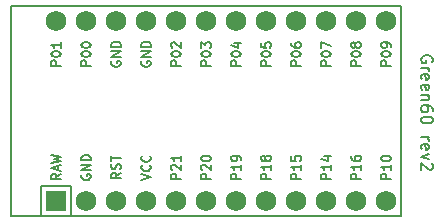
<source format=gto>
%TF.GenerationSoftware,KiCad,Pcbnew,(6.0.7-1)-1*%
%TF.CreationDate,2022-08-01T14:13:19+02:00*%
%TF.ProjectId,green60-test3,67726565-6e36-4302-9d74-657374332e6b,v1.0.0*%
%TF.SameCoordinates,Original*%
%TF.FileFunction,Legend,Top*%
%TF.FilePolarity,Positive*%
%FSLAX46Y46*%
G04 Gerber Fmt 4.6, Leading zero omitted, Abs format (unit mm)*
G04 Created by KiCad (PCBNEW (6.0.7-1)-1) date 2022-08-01 14:13:19*
%MOMM*%
%LPD*%
G01*
G04 APERTURE LIST*
%ADD10C,0.150000*%
%ADD11R,1.752600X1.752600*%
%ADD12C,1.752600*%
G04 APERTURE END LIST*
D10*
X179895183Y-22300733D02*
X179942802Y-22205495D01*
X179942802Y-22062638D01*
X179895183Y-21919781D01*
X179799944Y-21824543D01*
X179704706Y-21776924D01*
X179514230Y-21729305D01*
X179371373Y-21729305D01*
X179180897Y-21776924D01*
X179085659Y-21824543D01*
X178990421Y-21919781D01*
X178942802Y-22062638D01*
X178942802Y-22157876D01*
X178990421Y-22300733D01*
X179038040Y-22348352D01*
X179371373Y-22348352D01*
X179371373Y-22157876D01*
X178942802Y-22776924D02*
X179609468Y-22776924D01*
X179418992Y-22776924D02*
X179514230Y-22824543D01*
X179561849Y-22872162D01*
X179609468Y-22967400D01*
X179609468Y-23062638D01*
X178990421Y-23776924D02*
X178942802Y-23681686D01*
X178942802Y-23491209D01*
X178990421Y-23395971D01*
X179085659Y-23348352D01*
X179466611Y-23348352D01*
X179561849Y-23395971D01*
X179609468Y-23491209D01*
X179609468Y-23681686D01*
X179561849Y-23776924D01*
X179466611Y-23824543D01*
X179371373Y-23824543D01*
X179276135Y-23348352D01*
X178990421Y-24634067D02*
X178942802Y-24538828D01*
X178942802Y-24348352D01*
X178990421Y-24253114D01*
X179085659Y-24205495D01*
X179466611Y-24205495D01*
X179561849Y-24253114D01*
X179609468Y-24348352D01*
X179609468Y-24538828D01*
X179561849Y-24634067D01*
X179466611Y-24681686D01*
X179371373Y-24681686D01*
X179276135Y-24205495D01*
X179609468Y-25110257D02*
X178942802Y-25110257D01*
X179514230Y-25110257D02*
X179561849Y-25157876D01*
X179609468Y-25253114D01*
X179609468Y-25395971D01*
X179561849Y-25491209D01*
X179466611Y-25538828D01*
X178942802Y-25538828D01*
X179942802Y-26443590D02*
X179942802Y-26253114D01*
X179895183Y-26157876D01*
X179847563Y-26110257D01*
X179704706Y-26015019D01*
X179514230Y-25967400D01*
X179133278Y-25967400D01*
X179038040Y-26015019D01*
X178990421Y-26062638D01*
X178942802Y-26157876D01*
X178942802Y-26348352D01*
X178990421Y-26443590D01*
X179038040Y-26491209D01*
X179133278Y-26538828D01*
X179371373Y-26538828D01*
X179466611Y-26491209D01*
X179514230Y-26443590D01*
X179561849Y-26348352D01*
X179561849Y-26157876D01*
X179514230Y-26062638D01*
X179466611Y-26015019D01*
X179371373Y-25967400D01*
X179942802Y-27157876D02*
X179942802Y-27253114D01*
X179895183Y-27348352D01*
X179847563Y-27395971D01*
X179752325Y-27443590D01*
X179561849Y-27491209D01*
X179323754Y-27491209D01*
X179133278Y-27443590D01*
X179038040Y-27395971D01*
X178990421Y-27348352D01*
X178942802Y-27253114D01*
X178942802Y-27157876D01*
X178990421Y-27062638D01*
X179038040Y-27015019D01*
X179133278Y-26967400D01*
X179323754Y-26919781D01*
X179561849Y-26919781D01*
X179752325Y-26967400D01*
X179847563Y-27015019D01*
X179895183Y-27062638D01*
X179942802Y-27157876D01*
X178942802Y-28681686D02*
X179609468Y-28681686D01*
X179418992Y-28681686D02*
X179514230Y-28729305D01*
X179561849Y-28776924D01*
X179609468Y-28872162D01*
X179609468Y-28967400D01*
X178990421Y-29681686D02*
X178942802Y-29586448D01*
X178942802Y-29395971D01*
X178990421Y-29300733D01*
X179085659Y-29253114D01*
X179466611Y-29253114D01*
X179561849Y-29300733D01*
X179609468Y-29395971D01*
X179609468Y-29586448D01*
X179561849Y-29681686D01*
X179466611Y-29729305D01*
X179371373Y-29729305D01*
X179276135Y-29253114D01*
X179609468Y-30062638D02*
X178942802Y-30300733D01*
X179609468Y-30538828D01*
X179847563Y-30872162D02*
X179895183Y-30919781D01*
X179942802Y-31015019D01*
X179942802Y-31253114D01*
X179895183Y-31348352D01*
X179847563Y-31395971D01*
X179752325Y-31443590D01*
X179657087Y-31443590D01*
X179514230Y-31395971D01*
X178942802Y-30824543D01*
X178942802Y-31443590D01*
%TO.C,MCU1*%
X158587087Y-22602876D02*
X157787087Y-22602876D01*
X157787087Y-22298114D01*
X157825183Y-22221924D01*
X157863278Y-22183828D01*
X157939468Y-22145733D01*
X158053754Y-22145733D01*
X158129944Y-22183828D01*
X158168040Y-22221924D01*
X158206135Y-22298114D01*
X158206135Y-22602876D01*
X157787087Y-21650495D02*
X157787087Y-21574305D01*
X157825183Y-21498114D01*
X157863278Y-21460019D01*
X157939468Y-21421924D01*
X158091849Y-21383828D01*
X158282325Y-21383828D01*
X158434706Y-21421924D01*
X158510897Y-21460019D01*
X158548992Y-21498114D01*
X158587087Y-21574305D01*
X158587087Y-21650495D01*
X158548992Y-21726686D01*
X158510897Y-21764781D01*
X158434706Y-21802876D01*
X158282325Y-21840971D01*
X158091849Y-21840971D01*
X157939468Y-21802876D01*
X157863278Y-21764781D01*
X157825183Y-21726686D01*
X157787087Y-21650495D01*
X157863278Y-21079067D02*
X157825183Y-21040971D01*
X157787087Y-20964781D01*
X157787087Y-20774305D01*
X157825183Y-20698114D01*
X157863278Y-20660019D01*
X157939468Y-20621924D01*
X158015659Y-20621924D01*
X158129944Y-20660019D01*
X158587087Y-21117162D01*
X158587087Y-20621924D01*
X148427087Y-22602876D02*
X147627087Y-22602876D01*
X147627087Y-22298114D01*
X147665183Y-22221924D01*
X147703278Y-22183828D01*
X147779468Y-22145733D01*
X147893754Y-22145733D01*
X147969944Y-22183828D01*
X148008040Y-22221924D01*
X148046135Y-22298114D01*
X148046135Y-22602876D01*
X147627087Y-21650495D02*
X147627087Y-21574305D01*
X147665183Y-21498114D01*
X147703278Y-21460019D01*
X147779468Y-21421924D01*
X147931849Y-21383828D01*
X148122325Y-21383828D01*
X148274706Y-21421924D01*
X148350897Y-21460019D01*
X148388992Y-21498114D01*
X148427087Y-21574305D01*
X148427087Y-21650495D01*
X148388992Y-21726686D01*
X148350897Y-21764781D01*
X148274706Y-21802876D01*
X148122325Y-21840971D01*
X147931849Y-21840971D01*
X147779468Y-21802876D01*
X147703278Y-21764781D01*
X147665183Y-21726686D01*
X147627087Y-21650495D01*
X148427087Y-20621924D02*
X148427087Y-21079067D01*
X148427087Y-20850495D02*
X147627087Y-20850495D01*
X147741373Y-20926686D01*
X147817563Y-21002876D01*
X147855659Y-21079067D01*
X158587087Y-32202876D02*
X157787087Y-32202876D01*
X157787087Y-31898114D01*
X157825183Y-31821924D01*
X157863278Y-31783828D01*
X157939468Y-31745733D01*
X158053754Y-31745733D01*
X158129944Y-31783828D01*
X158168040Y-31821924D01*
X158206135Y-31898114D01*
X158206135Y-32202876D01*
X157863278Y-31440971D02*
X157825183Y-31402876D01*
X157787087Y-31326686D01*
X157787087Y-31136209D01*
X157825183Y-31060019D01*
X157863278Y-31021924D01*
X157939468Y-30983828D01*
X158015659Y-30983828D01*
X158129944Y-31021924D01*
X158587087Y-31479067D01*
X158587087Y-30983828D01*
X158587087Y-30221924D02*
X158587087Y-30679067D01*
X158587087Y-30450495D02*
X157787087Y-30450495D01*
X157901373Y-30526686D01*
X157977563Y-30602876D01*
X158015659Y-30679067D01*
X171287087Y-22602876D02*
X170487087Y-22602876D01*
X170487087Y-22298114D01*
X170525183Y-22221924D01*
X170563278Y-22183828D01*
X170639468Y-22145733D01*
X170753754Y-22145733D01*
X170829944Y-22183828D01*
X170868040Y-22221924D01*
X170906135Y-22298114D01*
X170906135Y-22602876D01*
X170487087Y-21650495D02*
X170487087Y-21574305D01*
X170525183Y-21498114D01*
X170563278Y-21460019D01*
X170639468Y-21421924D01*
X170791849Y-21383828D01*
X170982325Y-21383828D01*
X171134706Y-21421924D01*
X171210897Y-21460019D01*
X171248992Y-21498114D01*
X171287087Y-21574305D01*
X171287087Y-21650495D01*
X171248992Y-21726686D01*
X171210897Y-21764781D01*
X171134706Y-21802876D01*
X170982325Y-21840971D01*
X170791849Y-21840971D01*
X170639468Y-21802876D01*
X170563278Y-21764781D01*
X170525183Y-21726686D01*
X170487087Y-21650495D01*
X170487087Y-21117162D02*
X170487087Y-20583828D01*
X171287087Y-20926686D01*
X171287087Y-32202876D02*
X170487087Y-32202876D01*
X170487087Y-31898114D01*
X170525183Y-31821924D01*
X170563278Y-31783828D01*
X170639468Y-31745733D01*
X170753754Y-31745733D01*
X170829944Y-31783828D01*
X170868040Y-31821924D01*
X170906135Y-31898114D01*
X170906135Y-32202876D01*
X171287087Y-30983828D02*
X171287087Y-31440971D01*
X171287087Y-31212400D02*
X170487087Y-31212400D01*
X170601373Y-31288590D01*
X170677563Y-31364781D01*
X170715659Y-31440971D01*
X170753754Y-30298114D02*
X171287087Y-30298114D01*
X170448992Y-30488590D02*
X171020421Y-30679067D01*
X171020421Y-30183828D01*
X163667087Y-32202876D02*
X162867087Y-32202876D01*
X162867087Y-31898114D01*
X162905183Y-31821924D01*
X162943278Y-31783828D01*
X163019468Y-31745733D01*
X163133754Y-31745733D01*
X163209944Y-31783828D01*
X163248040Y-31821924D01*
X163286135Y-31898114D01*
X163286135Y-32202876D01*
X163667087Y-30983828D02*
X163667087Y-31440971D01*
X163667087Y-31212400D02*
X162867087Y-31212400D01*
X162981373Y-31288590D01*
X163057563Y-31364781D01*
X163095659Y-31440971D01*
X163667087Y-30602876D02*
X163667087Y-30450495D01*
X163628992Y-30374305D01*
X163590897Y-30336209D01*
X163476611Y-30260019D01*
X163324230Y-30221924D01*
X163019468Y-30221924D01*
X162943278Y-30260019D01*
X162905183Y-30298114D01*
X162867087Y-30374305D01*
X162867087Y-30526686D01*
X162905183Y-30602876D01*
X162943278Y-30640971D01*
X163019468Y-30679067D01*
X163209944Y-30679067D01*
X163286135Y-30640971D01*
X163324230Y-30602876D01*
X163362325Y-30526686D01*
X163362325Y-30374305D01*
X163324230Y-30298114D01*
X163286135Y-30260019D01*
X163209944Y-30221924D01*
X176367087Y-32202876D02*
X175567087Y-32202876D01*
X175567087Y-31898114D01*
X175605183Y-31821924D01*
X175643278Y-31783828D01*
X175719468Y-31745733D01*
X175833754Y-31745733D01*
X175909944Y-31783828D01*
X175948040Y-31821924D01*
X175986135Y-31898114D01*
X175986135Y-32202876D01*
X176367087Y-30983828D02*
X176367087Y-31440971D01*
X176367087Y-31212400D02*
X175567087Y-31212400D01*
X175681373Y-31288590D01*
X175757563Y-31364781D01*
X175795659Y-31440971D01*
X175567087Y-30488590D02*
X175567087Y-30412400D01*
X175605183Y-30336209D01*
X175643278Y-30298114D01*
X175719468Y-30260019D01*
X175871849Y-30221924D01*
X176062325Y-30221924D01*
X176214706Y-30260019D01*
X176290897Y-30298114D01*
X176328992Y-30336209D01*
X176367087Y-30412400D01*
X176367087Y-30488590D01*
X176328992Y-30564781D01*
X176290897Y-30602876D01*
X176214706Y-30640971D01*
X176062325Y-30679067D01*
X175871849Y-30679067D01*
X175719468Y-30640971D01*
X175643278Y-30602876D01*
X175605183Y-30564781D01*
X175567087Y-30488590D01*
X163667087Y-22602876D02*
X162867087Y-22602876D01*
X162867087Y-22298114D01*
X162905183Y-22221924D01*
X162943278Y-22183828D01*
X163019468Y-22145733D01*
X163133754Y-22145733D01*
X163209944Y-22183828D01*
X163248040Y-22221924D01*
X163286135Y-22298114D01*
X163286135Y-22602876D01*
X162867087Y-21650495D02*
X162867087Y-21574305D01*
X162905183Y-21498114D01*
X162943278Y-21460019D01*
X163019468Y-21421924D01*
X163171849Y-21383828D01*
X163362325Y-21383828D01*
X163514706Y-21421924D01*
X163590897Y-21460019D01*
X163628992Y-21498114D01*
X163667087Y-21574305D01*
X163667087Y-21650495D01*
X163628992Y-21726686D01*
X163590897Y-21764781D01*
X163514706Y-21802876D01*
X163362325Y-21840971D01*
X163171849Y-21840971D01*
X163019468Y-21802876D01*
X162943278Y-21764781D01*
X162905183Y-21726686D01*
X162867087Y-21650495D01*
X163133754Y-20698114D02*
X163667087Y-20698114D01*
X162828992Y-20888590D02*
X163400421Y-21079067D01*
X163400421Y-20583828D01*
X155247087Y-32298114D02*
X156047087Y-32031448D01*
X155247087Y-31764781D01*
X155970897Y-31040971D02*
X156008992Y-31079067D01*
X156047087Y-31193352D01*
X156047087Y-31269543D01*
X156008992Y-31383828D01*
X155932802Y-31460019D01*
X155856611Y-31498114D01*
X155704230Y-31536209D01*
X155589944Y-31536209D01*
X155437563Y-31498114D01*
X155361373Y-31460019D01*
X155285183Y-31383828D01*
X155247087Y-31269543D01*
X155247087Y-31193352D01*
X155285183Y-31079067D01*
X155323278Y-31040971D01*
X155970897Y-30240971D02*
X156008992Y-30279067D01*
X156047087Y-30393352D01*
X156047087Y-30469543D01*
X156008992Y-30583828D01*
X155932802Y-30660019D01*
X155856611Y-30698114D01*
X155704230Y-30736209D01*
X155589944Y-30736209D01*
X155437563Y-30698114D01*
X155361373Y-30660019D01*
X155285183Y-30583828D01*
X155247087Y-30469543D01*
X155247087Y-30393352D01*
X155285183Y-30279067D01*
X155323278Y-30240971D01*
X176367087Y-22602876D02*
X175567087Y-22602876D01*
X175567087Y-22298114D01*
X175605183Y-22221924D01*
X175643278Y-22183828D01*
X175719468Y-22145733D01*
X175833754Y-22145733D01*
X175909944Y-22183828D01*
X175948040Y-22221924D01*
X175986135Y-22298114D01*
X175986135Y-22602876D01*
X175567087Y-21650495D02*
X175567087Y-21574305D01*
X175605183Y-21498114D01*
X175643278Y-21460019D01*
X175719468Y-21421924D01*
X175871849Y-21383828D01*
X176062325Y-21383828D01*
X176214706Y-21421924D01*
X176290897Y-21460019D01*
X176328992Y-21498114D01*
X176367087Y-21574305D01*
X176367087Y-21650495D01*
X176328992Y-21726686D01*
X176290897Y-21764781D01*
X176214706Y-21802876D01*
X176062325Y-21840971D01*
X175871849Y-21840971D01*
X175719468Y-21802876D01*
X175643278Y-21764781D01*
X175605183Y-21726686D01*
X175567087Y-21650495D01*
X176367087Y-21002876D02*
X176367087Y-20850495D01*
X176328992Y-20774305D01*
X176290897Y-20736209D01*
X176176611Y-20660019D01*
X176024230Y-20621924D01*
X175719468Y-20621924D01*
X175643278Y-20660019D01*
X175605183Y-20698114D01*
X175567087Y-20774305D01*
X175567087Y-20926686D01*
X175605183Y-21002876D01*
X175643278Y-21040971D01*
X175719468Y-21079067D01*
X175909944Y-21079067D01*
X175986135Y-21040971D01*
X176024230Y-21002876D01*
X176062325Y-20926686D01*
X176062325Y-20774305D01*
X176024230Y-20698114D01*
X175986135Y-20660019D01*
X175909944Y-20621924D01*
X166207087Y-32202876D02*
X165407087Y-32202876D01*
X165407087Y-31898114D01*
X165445183Y-31821924D01*
X165483278Y-31783828D01*
X165559468Y-31745733D01*
X165673754Y-31745733D01*
X165749944Y-31783828D01*
X165788040Y-31821924D01*
X165826135Y-31898114D01*
X165826135Y-32202876D01*
X166207087Y-30983828D02*
X166207087Y-31440971D01*
X166207087Y-31212400D02*
X165407087Y-31212400D01*
X165521373Y-31288590D01*
X165597563Y-31364781D01*
X165635659Y-31440971D01*
X165749944Y-30526686D02*
X165711849Y-30602876D01*
X165673754Y-30640971D01*
X165597563Y-30679067D01*
X165559468Y-30679067D01*
X165483278Y-30640971D01*
X165445183Y-30602876D01*
X165407087Y-30526686D01*
X165407087Y-30374305D01*
X165445183Y-30298114D01*
X165483278Y-30260019D01*
X165559468Y-30221924D01*
X165597563Y-30221924D01*
X165673754Y-30260019D01*
X165711849Y-30298114D01*
X165749944Y-30374305D01*
X165749944Y-30526686D01*
X165788040Y-30602876D01*
X165826135Y-30640971D01*
X165902325Y-30679067D01*
X166054706Y-30679067D01*
X166130897Y-30640971D01*
X166168992Y-30602876D01*
X166207087Y-30526686D01*
X166207087Y-30374305D01*
X166168992Y-30298114D01*
X166130897Y-30260019D01*
X166054706Y-30221924D01*
X165902325Y-30221924D01*
X165826135Y-30260019D01*
X165788040Y-30298114D01*
X165749944Y-30374305D01*
X173827087Y-22602876D02*
X173027087Y-22602876D01*
X173027087Y-22298114D01*
X173065183Y-22221924D01*
X173103278Y-22183828D01*
X173179468Y-22145733D01*
X173293754Y-22145733D01*
X173369944Y-22183828D01*
X173408040Y-22221924D01*
X173446135Y-22298114D01*
X173446135Y-22602876D01*
X173027087Y-21650495D02*
X173027087Y-21574305D01*
X173065183Y-21498114D01*
X173103278Y-21460019D01*
X173179468Y-21421924D01*
X173331849Y-21383828D01*
X173522325Y-21383828D01*
X173674706Y-21421924D01*
X173750897Y-21460019D01*
X173788992Y-21498114D01*
X173827087Y-21574305D01*
X173827087Y-21650495D01*
X173788992Y-21726686D01*
X173750897Y-21764781D01*
X173674706Y-21802876D01*
X173522325Y-21840971D01*
X173331849Y-21840971D01*
X173179468Y-21802876D01*
X173103278Y-21764781D01*
X173065183Y-21726686D01*
X173027087Y-21650495D01*
X173369944Y-20926686D02*
X173331849Y-21002876D01*
X173293754Y-21040971D01*
X173217563Y-21079067D01*
X173179468Y-21079067D01*
X173103278Y-21040971D01*
X173065183Y-21002876D01*
X173027087Y-20926686D01*
X173027087Y-20774305D01*
X173065183Y-20698114D01*
X173103278Y-20660019D01*
X173179468Y-20621924D01*
X173217563Y-20621924D01*
X173293754Y-20660019D01*
X173331849Y-20698114D01*
X173369944Y-20774305D01*
X173369944Y-20926686D01*
X173408040Y-21002876D01*
X173446135Y-21040971D01*
X173522325Y-21079067D01*
X173674706Y-21079067D01*
X173750897Y-21040971D01*
X173788992Y-21002876D01*
X173827087Y-20926686D01*
X173827087Y-20774305D01*
X173788992Y-20698114D01*
X173750897Y-20660019D01*
X173674706Y-20621924D01*
X173522325Y-20621924D01*
X173446135Y-20660019D01*
X173408040Y-20698114D01*
X173369944Y-20774305D01*
X166207087Y-22602876D02*
X165407087Y-22602876D01*
X165407087Y-22298114D01*
X165445183Y-22221924D01*
X165483278Y-22183828D01*
X165559468Y-22145733D01*
X165673754Y-22145733D01*
X165749944Y-22183828D01*
X165788040Y-22221924D01*
X165826135Y-22298114D01*
X165826135Y-22602876D01*
X165407087Y-21650495D02*
X165407087Y-21574305D01*
X165445183Y-21498114D01*
X165483278Y-21460019D01*
X165559468Y-21421924D01*
X165711849Y-21383828D01*
X165902325Y-21383828D01*
X166054706Y-21421924D01*
X166130897Y-21460019D01*
X166168992Y-21498114D01*
X166207087Y-21574305D01*
X166207087Y-21650495D01*
X166168992Y-21726686D01*
X166130897Y-21764781D01*
X166054706Y-21802876D01*
X165902325Y-21840971D01*
X165711849Y-21840971D01*
X165559468Y-21802876D01*
X165483278Y-21764781D01*
X165445183Y-21726686D01*
X165407087Y-21650495D01*
X165407087Y-20660019D02*
X165407087Y-21040971D01*
X165788040Y-21079067D01*
X165749944Y-21040971D01*
X165711849Y-20964781D01*
X165711849Y-20774305D01*
X165749944Y-20698114D01*
X165788040Y-20660019D01*
X165864230Y-20621924D01*
X166054706Y-20621924D01*
X166130897Y-20660019D01*
X166168992Y-20698114D01*
X166207087Y-20774305D01*
X166207087Y-20964781D01*
X166168992Y-21040971D01*
X166130897Y-21079067D01*
X161127087Y-32202876D02*
X160327087Y-32202876D01*
X160327087Y-31898114D01*
X160365183Y-31821924D01*
X160403278Y-31783828D01*
X160479468Y-31745733D01*
X160593754Y-31745733D01*
X160669944Y-31783828D01*
X160708040Y-31821924D01*
X160746135Y-31898114D01*
X160746135Y-32202876D01*
X160403278Y-31440971D02*
X160365183Y-31402876D01*
X160327087Y-31326686D01*
X160327087Y-31136209D01*
X160365183Y-31060019D01*
X160403278Y-31021924D01*
X160479468Y-30983828D01*
X160555659Y-30983828D01*
X160669944Y-31021924D01*
X161127087Y-31479067D01*
X161127087Y-30983828D01*
X160327087Y-30488590D02*
X160327087Y-30412400D01*
X160365183Y-30336209D01*
X160403278Y-30298114D01*
X160479468Y-30260019D01*
X160631849Y-30221924D01*
X160822325Y-30221924D01*
X160974706Y-30260019D01*
X161050897Y-30298114D01*
X161088992Y-30336209D01*
X161127087Y-30412400D01*
X161127087Y-30488590D01*
X161088992Y-30564781D01*
X161050897Y-30602876D01*
X160974706Y-30640971D01*
X160822325Y-30679067D01*
X160631849Y-30679067D01*
X160479468Y-30640971D01*
X160403278Y-30602876D01*
X160365183Y-30564781D01*
X160327087Y-30488590D01*
X153507087Y-31669543D02*
X153126135Y-31936209D01*
X153507087Y-32126686D02*
X152707087Y-32126686D01*
X152707087Y-31821924D01*
X152745183Y-31745733D01*
X152783278Y-31707638D01*
X152859468Y-31669543D01*
X152973754Y-31669543D01*
X153049944Y-31707638D01*
X153088040Y-31745733D01*
X153126135Y-31821924D01*
X153126135Y-32126686D01*
X153468992Y-31364781D02*
X153507087Y-31250495D01*
X153507087Y-31060019D01*
X153468992Y-30983828D01*
X153430897Y-30945733D01*
X153354706Y-30907638D01*
X153278516Y-30907638D01*
X153202325Y-30945733D01*
X153164230Y-30983828D01*
X153126135Y-31060019D01*
X153088040Y-31212400D01*
X153049944Y-31288590D01*
X153011849Y-31326686D01*
X152935659Y-31364781D01*
X152859468Y-31364781D01*
X152783278Y-31326686D01*
X152745183Y-31288590D01*
X152707087Y-31212400D01*
X152707087Y-31021924D01*
X152745183Y-30907638D01*
X152707087Y-30679067D02*
X152707087Y-30221924D01*
X153507087Y-30450495D02*
X152707087Y-30450495D01*
X148427087Y-31783828D02*
X148046135Y-32050495D01*
X148427087Y-32240971D02*
X147627087Y-32240971D01*
X147627087Y-31936209D01*
X147665183Y-31860019D01*
X147703278Y-31821924D01*
X147779468Y-31783828D01*
X147893754Y-31783828D01*
X147969944Y-31821924D01*
X148008040Y-31860019D01*
X148046135Y-31936209D01*
X148046135Y-32240971D01*
X148198516Y-31479067D02*
X148198516Y-31098114D01*
X148427087Y-31555257D02*
X147627087Y-31288590D01*
X148427087Y-31021924D01*
X147627087Y-30831448D02*
X148427087Y-30640971D01*
X147855659Y-30488590D01*
X148427087Y-30336209D01*
X147627087Y-30145733D01*
X161127087Y-22602876D02*
X160327087Y-22602876D01*
X160327087Y-22298114D01*
X160365183Y-22221924D01*
X160403278Y-22183828D01*
X160479468Y-22145733D01*
X160593754Y-22145733D01*
X160669944Y-22183828D01*
X160708040Y-22221924D01*
X160746135Y-22298114D01*
X160746135Y-22602876D01*
X160327087Y-21650495D02*
X160327087Y-21574305D01*
X160365183Y-21498114D01*
X160403278Y-21460019D01*
X160479468Y-21421924D01*
X160631849Y-21383828D01*
X160822325Y-21383828D01*
X160974706Y-21421924D01*
X161050897Y-21460019D01*
X161088992Y-21498114D01*
X161127087Y-21574305D01*
X161127087Y-21650495D01*
X161088992Y-21726686D01*
X161050897Y-21764781D01*
X160974706Y-21802876D01*
X160822325Y-21840971D01*
X160631849Y-21840971D01*
X160479468Y-21802876D01*
X160403278Y-21764781D01*
X160365183Y-21726686D01*
X160327087Y-21650495D01*
X160327087Y-21117162D02*
X160327087Y-20621924D01*
X160631849Y-20888590D01*
X160631849Y-20774305D01*
X160669944Y-20698114D01*
X160708040Y-20660019D01*
X160784230Y-20621924D01*
X160974706Y-20621924D01*
X161050897Y-20660019D01*
X161088992Y-20698114D01*
X161127087Y-20774305D01*
X161127087Y-21002876D01*
X161088992Y-21079067D01*
X161050897Y-21117162D01*
X173827087Y-32202876D02*
X173027087Y-32202876D01*
X173027087Y-31898114D01*
X173065183Y-31821924D01*
X173103278Y-31783828D01*
X173179468Y-31745733D01*
X173293754Y-31745733D01*
X173369944Y-31783828D01*
X173408040Y-31821924D01*
X173446135Y-31898114D01*
X173446135Y-32202876D01*
X173827087Y-30983828D02*
X173827087Y-31440971D01*
X173827087Y-31212400D02*
X173027087Y-31212400D01*
X173141373Y-31288590D01*
X173217563Y-31364781D01*
X173255659Y-31440971D01*
X173027087Y-30298114D02*
X173027087Y-30450495D01*
X173065183Y-30526686D01*
X173103278Y-30564781D01*
X173217563Y-30640971D01*
X173369944Y-30679067D01*
X173674706Y-30679067D01*
X173750897Y-30640971D01*
X173788992Y-30602876D01*
X173827087Y-30526686D01*
X173827087Y-30374305D01*
X173788992Y-30298114D01*
X173750897Y-30260019D01*
X173674706Y-30221924D01*
X173484230Y-30221924D01*
X173408040Y-30260019D01*
X173369944Y-30298114D01*
X173331849Y-30374305D01*
X173331849Y-30526686D01*
X173369944Y-30602876D01*
X173408040Y-30640971D01*
X173484230Y-30679067D01*
X152745183Y-22240971D02*
X152707087Y-22317162D01*
X152707087Y-22431448D01*
X152745183Y-22545733D01*
X152821373Y-22621924D01*
X152897563Y-22660019D01*
X153049944Y-22698114D01*
X153164230Y-22698114D01*
X153316611Y-22660019D01*
X153392802Y-22621924D01*
X153468992Y-22545733D01*
X153507087Y-22431448D01*
X153507087Y-22355257D01*
X153468992Y-22240971D01*
X153430897Y-22202876D01*
X153164230Y-22202876D01*
X153164230Y-22355257D01*
X153507087Y-21860019D02*
X152707087Y-21860019D01*
X153507087Y-21402876D01*
X152707087Y-21402876D01*
X153507087Y-21021924D02*
X152707087Y-21021924D01*
X152707087Y-20831448D01*
X152745183Y-20717162D01*
X152821373Y-20640971D01*
X152897563Y-20602876D01*
X153049944Y-20564781D01*
X153164230Y-20564781D01*
X153316611Y-20602876D01*
X153392802Y-20640971D01*
X153468992Y-20717162D01*
X153507087Y-20831448D01*
X153507087Y-21021924D01*
X150967087Y-22602876D02*
X150167087Y-22602876D01*
X150167087Y-22298114D01*
X150205183Y-22221924D01*
X150243278Y-22183828D01*
X150319468Y-22145733D01*
X150433754Y-22145733D01*
X150509944Y-22183828D01*
X150548040Y-22221924D01*
X150586135Y-22298114D01*
X150586135Y-22602876D01*
X150167087Y-21650495D02*
X150167087Y-21574305D01*
X150205183Y-21498114D01*
X150243278Y-21460019D01*
X150319468Y-21421924D01*
X150471849Y-21383828D01*
X150662325Y-21383828D01*
X150814706Y-21421924D01*
X150890897Y-21460019D01*
X150928992Y-21498114D01*
X150967087Y-21574305D01*
X150967087Y-21650495D01*
X150928992Y-21726686D01*
X150890897Y-21764781D01*
X150814706Y-21802876D01*
X150662325Y-21840971D01*
X150471849Y-21840971D01*
X150319468Y-21802876D01*
X150243278Y-21764781D01*
X150205183Y-21726686D01*
X150167087Y-21650495D01*
X150167087Y-20888590D02*
X150167087Y-20812400D01*
X150205183Y-20736209D01*
X150243278Y-20698114D01*
X150319468Y-20660019D01*
X150471849Y-20621924D01*
X150662325Y-20621924D01*
X150814706Y-20660019D01*
X150890897Y-20698114D01*
X150928992Y-20736209D01*
X150967087Y-20812400D01*
X150967087Y-20888590D01*
X150928992Y-20964781D01*
X150890897Y-21002876D01*
X150814706Y-21040971D01*
X150662325Y-21079067D01*
X150471849Y-21079067D01*
X150319468Y-21040971D01*
X150243278Y-21002876D01*
X150205183Y-20964781D01*
X150167087Y-20888590D01*
X168747087Y-22602876D02*
X167947087Y-22602876D01*
X167947087Y-22298114D01*
X167985183Y-22221924D01*
X168023278Y-22183828D01*
X168099468Y-22145733D01*
X168213754Y-22145733D01*
X168289944Y-22183828D01*
X168328040Y-22221924D01*
X168366135Y-22298114D01*
X168366135Y-22602876D01*
X167947087Y-21650495D02*
X167947087Y-21574305D01*
X167985183Y-21498114D01*
X168023278Y-21460019D01*
X168099468Y-21421924D01*
X168251849Y-21383828D01*
X168442325Y-21383828D01*
X168594706Y-21421924D01*
X168670897Y-21460019D01*
X168708992Y-21498114D01*
X168747087Y-21574305D01*
X168747087Y-21650495D01*
X168708992Y-21726686D01*
X168670897Y-21764781D01*
X168594706Y-21802876D01*
X168442325Y-21840971D01*
X168251849Y-21840971D01*
X168099468Y-21802876D01*
X168023278Y-21764781D01*
X167985183Y-21726686D01*
X167947087Y-21650495D01*
X167947087Y-20698114D02*
X167947087Y-20850495D01*
X167985183Y-20926686D01*
X168023278Y-20964781D01*
X168137563Y-21040971D01*
X168289944Y-21079067D01*
X168594706Y-21079067D01*
X168670897Y-21040971D01*
X168708992Y-21002876D01*
X168747087Y-20926686D01*
X168747087Y-20774305D01*
X168708992Y-20698114D01*
X168670897Y-20660019D01*
X168594706Y-20621924D01*
X168404230Y-20621924D01*
X168328040Y-20660019D01*
X168289944Y-20698114D01*
X168251849Y-20774305D01*
X168251849Y-20926686D01*
X168289944Y-21002876D01*
X168328040Y-21040971D01*
X168404230Y-21079067D01*
X168747087Y-32202876D02*
X167947087Y-32202876D01*
X167947087Y-31898114D01*
X167985183Y-31821924D01*
X168023278Y-31783828D01*
X168099468Y-31745733D01*
X168213754Y-31745733D01*
X168289944Y-31783828D01*
X168328040Y-31821924D01*
X168366135Y-31898114D01*
X168366135Y-32202876D01*
X168747087Y-30983828D02*
X168747087Y-31440971D01*
X168747087Y-31212400D02*
X167947087Y-31212400D01*
X168061373Y-31288590D01*
X168137563Y-31364781D01*
X168175659Y-31440971D01*
X167947087Y-30260019D02*
X167947087Y-30640971D01*
X168328040Y-30679067D01*
X168289944Y-30640971D01*
X168251849Y-30564781D01*
X168251849Y-30374305D01*
X168289944Y-30298114D01*
X168328040Y-30260019D01*
X168404230Y-30221924D01*
X168594706Y-30221924D01*
X168670897Y-30260019D01*
X168708992Y-30298114D01*
X168747087Y-30374305D01*
X168747087Y-30564781D01*
X168708992Y-30640971D01*
X168670897Y-30679067D01*
X150205183Y-31840971D02*
X150167087Y-31917162D01*
X150167087Y-32031448D01*
X150205183Y-32145733D01*
X150281373Y-32221924D01*
X150357563Y-32260019D01*
X150509944Y-32298114D01*
X150624230Y-32298114D01*
X150776611Y-32260019D01*
X150852802Y-32221924D01*
X150928992Y-32145733D01*
X150967087Y-32031448D01*
X150967087Y-31955257D01*
X150928992Y-31840971D01*
X150890897Y-31802876D01*
X150624230Y-31802876D01*
X150624230Y-31955257D01*
X150967087Y-31460019D02*
X150167087Y-31460019D01*
X150967087Y-31002876D01*
X150167087Y-31002876D01*
X150967087Y-30621924D02*
X150167087Y-30621924D01*
X150167087Y-30431448D01*
X150205183Y-30317162D01*
X150281373Y-30240971D01*
X150357563Y-30202876D01*
X150509944Y-30164781D01*
X150624230Y-30164781D01*
X150776611Y-30202876D01*
X150852802Y-30240971D01*
X150928992Y-30317162D01*
X150967087Y-30431448D01*
X150967087Y-30621924D01*
X155285183Y-22240971D02*
X155247087Y-22317162D01*
X155247087Y-22431448D01*
X155285183Y-22545733D01*
X155361373Y-22621924D01*
X155437563Y-22660019D01*
X155589944Y-22698114D01*
X155704230Y-22698114D01*
X155856611Y-22660019D01*
X155932802Y-22621924D01*
X156008992Y-22545733D01*
X156047087Y-22431448D01*
X156047087Y-22355257D01*
X156008992Y-22240971D01*
X155970897Y-22202876D01*
X155704230Y-22202876D01*
X155704230Y-22355257D01*
X156047087Y-21860019D02*
X155247087Y-21860019D01*
X156047087Y-21402876D01*
X155247087Y-21402876D01*
X156047087Y-21021924D02*
X155247087Y-21021924D01*
X155247087Y-20831448D01*
X155285183Y-20717162D01*
X155361373Y-20640971D01*
X155437563Y-20602876D01*
X155589944Y-20564781D01*
X155704230Y-20564781D01*
X155856611Y-20602876D01*
X155932802Y-20640971D01*
X156008992Y-20717162D01*
X156047087Y-20831448D01*
X156047087Y-21021924D01*
X146795183Y-32781448D02*
X146795183Y-35321448D01*
X144255183Y-35321448D02*
X177275183Y-35321448D01*
X149335183Y-32781448D02*
X149335183Y-35321448D01*
X177275183Y-17541448D02*
X144255183Y-17541448D01*
X144255183Y-17541448D02*
X144255183Y-35321448D01*
X146795183Y-32781448D02*
X149335183Y-32781448D01*
X177275183Y-35321448D02*
X177275183Y-17541448D01*
%TD*%
D11*
%TO.C,MCU1*%
X148065183Y-34051448D03*
D12*
X150605183Y-34051448D03*
X153145183Y-34051448D03*
X155685183Y-34051448D03*
X158225183Y-34051448D03*
X160765183Y-34051448D03*
X163305183Y-34051448D03*
X165845183Y-34051448D03*
X168385183Y-34051448D03*
X170925183Y-34051448D03*
X173465183Y-34051448D03*
X176005183Y-34051448D03*
X148065183Y-18811448D03*
X150605183Y-18811448D03*
X153145183Y-18811448D03*
X155685183Y-18811448D03*
X158225183Y-18811448D03*
X160765183Y-18811448D03*
X163305183Y-18811448D03*
X165845183Y-18811448D03*
X168385183Y-18811448D03*
X170925183Y-18811448D03*
X173465183Y-18811448D03*
X176005183Y-18811448D03*
%TD*%
M02*

</source>
